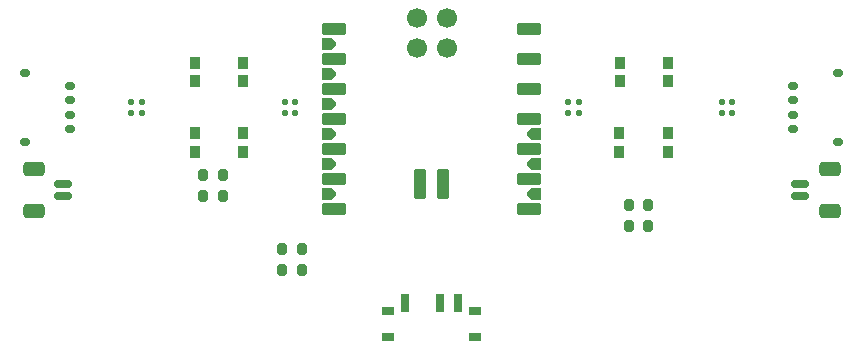
<source format=gtp>
%TF.GenerationSoftware,KiCad,Pcbnew,9.0.6*%
%TF.CreationDate,2025-12-30T17:46:58+00:00*%
%TF.ProjectId,cat-ears-controller,6361742d-6561-4727-932d-636f6e74726f,rev?*%
%TF.SameCoordinates,Original*%
%TF.FileFunction,Paste,Top*%
%TF.FilePolarity,Positive*%
%FSLAX46Y46*%
G04 Gerber Fmt 4.6, Leading zero omitted, Abs format (unit mm)*
G04 Created by KiCad (PCBNEW 9.0.6) date 2025-12-30 17:46:58*
%MOMM*%
%LPD*%
G01*
G04 APERTURE LIST*
G04 Aperture macros list*
%AMRoundRect*
0 Rectangle with rounded corners*
0 $1 Rounding radius*
0 $2 $3 $4 $5 $6 $7 $8 $9 X,Y pos of 4 corners*
0 Add a 4 corners polygon primitive as box body*
4,1,4,$2,$3,$4,$5,$6,$7,$8,$9,$2,$3,0*
0 Add four circle primitives for the rounded corners*
1,1,$1+$1,$2,$3*
1,1,$1+$1,$4,$5*
1,1,$1+$1,$6,$7*
1,1,$1+$1,$8,$9*
0 Add four rect primitives between the rounded corners*
20,1,$1+$1,$2,$3,$4,$5,0*
20,1,$1+$1,$4,$5,$6,$7,0*
20,1,$1+$1,$6,$7,$8,$9,0*
20,1,$1+$1,$8,$9,$2,$3,0*%
%AMFreePoly0*
4,1,15,-0.616000,0.142500,-0.283500,0.475000,0.521000,0.475000,0.557355,0.467769,0.588175,0.447175,0.608769,0.416355,0.616000,0.380000,0.616000,-0.380000,0.608769,-0.416355,0.588175,-0.447175,0.557355,-0.467769,0.521000,-0.475000,-0.283500,-0.475000,-0.616000,-0.142500,-0.616000,0.142500,-0.616000,0.142500,$1*%
G04 Aperture macros list end*
%ADD10RoundRect,0.200000X0.200000X0.275000X-0.200000X0.275000X-0.200000X-0.275000X0.200000X-0.275000X0*%
%ADD11RoundRect,0.150000X0.625000X-0.150000X0.625000X0.150000X-0.625000X0.150000X-0.625000X-0.150000X0*%
%ADD12RoundRect,0.250000X0.650000X-0.350000X0.650000X0.350000X-0.650000X0.350000X-0.650000X-0.350000X0*%
%ADD13RoundRect,0.125000X0.125000X-0.125000X0.125000X0.125000X-0.125000X0.125000X-0.125000X-0.125000X0*%
%ADD14R,0.900000X1.000000*%
%ADD15RoundRect,0.200000X-0.200000X-0.275000X0.200000X-0.275000X0.200000X0.275000X-0.200000X0.275000X0*%
%ADD16RoundRect,0.095000X0.921000X0.380000X-0.921000X0.380000X-0.921000X-0.380000X0.921000X-0.380000X0*%
%ADD17RoundRect,0.095000X-0.921000X-0.380000X0.921000X-0.380000X0.921000X0.380000X-0.921000X0.380000X0*%
%ADD18FreePoly0,180.000000*%
%ADD19FreePoly0,0.000000*%
%ADD20C,1.700000*%
%ADD21RoundRect,0.110000X-0.440000X1.140000X-0.440000X-1.140000X0.440000X-1.140000X0.440000X1.140000X0*%
%ADD22RoundRect,0.150000X0.275000X-0.150000X0.275000X0.150000X-0.275000X0.150000X-0.275000X-0.150000X0*%
%ADD23RoundRect,0.175000X0.225000X-0.175000X0.225000X0.175000X-0.225000X0.175000X-0.225000X-0.175000X0*%
%ADD24RoundRect,0.150000X-0.625000X0.150000X-0.625000X-0.150000X0.625000X-0.150000X0.625000X0.150000X0*%
%ADD25RoundRect,0.250000X-0.650000X0.350000X-0.650000X-0.350000X0.650000X-0.350000X0.650000X0.350000X0*%
%ADD26R,1.000000X0.800000*%
%ADD27R,0.700000X1.500000*%
%ADD28RoundRect,0.150000X-0.275000X0.150000X-0.275000X-0.150000X0.275000X-0.150000X0.275000X0.150000X0*%
%ADD29RoundRect,0.175000X-0.225000X0.175000X-0.225000X-0.175000X0.225000X-0.175000X0.225000X0.175000X0*%
G04 APERTURE END LIST*
D10*
%TO.C,R2*%
X82325000Y-57500000D03*
X80675000Y-57500000D03*
%TD*%
%TO.C,R4*%
X118325000Y-60000000D03*
X116675000Y-60000000D03*
%TD*%
D11*
%TO.C,J5*%
X68825000Y-57500000D03*
X68825000Y-56500000D03*
D12*
X66300000Y-58800000D03*
X66300000Y-55200000D03*
%TD*%
D13*
%TO.C,D2*%
X111550000Y-50450000D03*
X112450000Y-50450000D03*
X112450000Y-49550000D03*
X111550000Y-49550000D03*
%TD*%
D14*
%TO.C,SW2*%
X79950000Y-46200000D03*
X84050000Y-46200000D03*
X79950000Y-47800000D03*
X84050000Y-47800000D03*
%TD*%
D15*
%TO.C,R5*%
X87375000Y-62000000D03*
X89025000Y-62000000D03*
%TD*%
%TO.C,R3*%
X116675000Y-58250000D03*
X118325000Y-58250000D03*
%TD*%
D14*
%TO.C,SW4*%
X115950000Y-46200000D03*
X120050000Y-46200000D03*
X115950000Y-47800000D03*
X120050000Y-47800000D03*
%TD*%
D15*
%TO.C,R6*%
X87350000Y-63800000D03*
X89000000Y-63800000D03*
%TD*%
D13*
%TO.C,D4*%
X74550000Y-50450000D03*
X75450000Y-50450000D03*
X75450000Y-49550000D03*
X74550000Y-49550000D03*
%TD*%
D14*
%TO.C,SW5*%
X115900000Y-52200000D03*
X120000000Y-52200000D03*
X115900000Y-53800000D03*
X120000000Y-53800000D03*
%TD*%
D16*
%TO.C,U1*%
X91745000Y-43380000D03*
X91745000Y-45920000D03*
X91745000Y-48460000D03*
X91745000Y-51000000D03*
X91745000Y-53540000D03*
X91745000Y-56080000D03*
X91745000Y-58620000D03*
D17*
X108255000Y-58620000D03*
X108255000Y-56080000D03*
X108255000Y-53540000D03*
X108255000Y-51000000D03*
X108255000Y-48460000D03*
X108255000Y-45920000D03*
X108255000Y-43380000D03*
D18*
X91345000Y-44650000D03*
X91345000Y-47190000D03*
X91345000Y-49730000D03*
X91345000Y-52270000D03*
X91345000Y-54810000D03*
X91345000Y-57350000D03*
D19*
X108655000Y-57350000D03*
X108655000Y-54810000D03*
X108655000Y-52270000D03*
D20*
X98730000Y-42427500D03*
X101270000Y-42427500D03*
X98730000Y-44967500D03*
X101270000Y-44967500D03*
D21*
X99006012Y-56517823D03*
X101006012Y-56517823D03*
%TD*%
D13*
%TO.C,D1*%
X124550000Y-50450000D03*
X125450000Y-50450000D03*
X125450000Y-49550000D03*
X124550000Y-49550000D03*
%TD*%
%TO.C,D3*%
X87550000Y-50450000D03*
X88450000Y-50450000D03*
X88450000Y-49550000D03*
X87550000Y-49550000D03*
%TD*%
D14*
%TO.C,SW3*%
X79950000Y-52200000D03*
X84050000Y-52200000D03*
X79950000Y-53800000D03*
X84050000Y-53800000D03*
%TD*%
D22*
%TO.C,J2*%
X130625000Y-51800000D03*
X130625000Y-50600000D03*
X130625000Y-49400000D03*
X130625000Y-48200000D03*
D23*
X134400000Y-52950000D03*
X134400000Y-47050000D03*
%TD*%
D24*
%TO.C,J3*%
X131175000Y-56500000D03*
X131175000Y-57500000D03*
D25*
X133700000Y-55200000D03*
X133700000Y-58800000D03*
%TD*%
D15*
%TO.C,R1*%
X80675000Y-55750000D03*
X82325000Y-55750000D03*
%TD*%
D26*
%TO.C,SW1*%
X96350000Y-67220000D03*
X96350000Y-69430000D03*
X103650000Y-67220000D03*
X103650000Y-69430000D03*
D27*
X97750000Y-66570000D03*
X100750000Y-66570000D03*
X102250000Y-66570000D03*
%TD*%
D28*
%TO.C,J1*%
X69375000Y-48200000D03*
X69375000Y-49400000D03*
X69375000Y-50600000D03*
X69375000Y-51800000D03*
D29*
X65600000Y-47050000D03*
X65600000Y-52950000D03*
%TD*%
M02*

</source>
